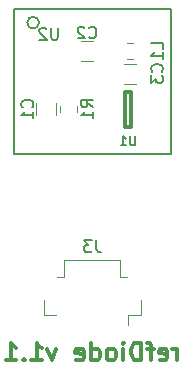
<source format=gbr>
G04 #@! TF.GenerationSoftware,KiCad,Pcbnew,(5.0.0)*
G04 #@! TF.CreationDate,2018-11-17T14:05:54+01:00*
G04 #@! TF.ProjectId,refPhotoDiode_MDversion,72656650686F746F44696F64655F4D44,rev?*
G04 #@! TF.SameCoordinates,Original*
G04 #@! TF.FileFunction,Legend,Bot*
G04 #@! TF.FilePolarity,Positive*
%FSLAX46Y46*%
G04 Gerber Fmt 4.6, Leading zero omitted, Abs format (unit mm)*
G04 Created by KiCad (PCBNEW (5.0.0)) date 11/17/18 14:05:54*
%MOMM*%
%LPD*%
G01*
G04 APERTURE LIST*
%ADD10C,0.300000*%
%ADD11C,0.120000*%
%ADD12C,0.150000*%
%ADD13C,0.350000*%
G04 APERTURE END LIST*
D10*
X157214285Y-110093571D02*
X157214285Y-109093571D01*
X157214285Y-109379285D02*
X157142857Y-109236428D01*
X157071428Y-109165000D01*
X156928571Y-109093571D01*
X156785714Y-109093571D01*
X155714285Y-110022142D02*
X155857142Y-110093571D01*
X156142857Y-110093571D01*
X156285714Y-110022142D01*
X156357142Y-109879285D01*
X156357142Y-109307857D01*
X156285714Y-109165000D01*
X156142857Y-109093571D01*
X155857142Y-109093571D01*
X155714285Y-109165000D01*
X155642857Y-109307857D01*
X155642857Y-109450714D01*
X156357142Y-109593571D01*
X155214285Y-109093571D02*
X154642857Y-109093571D01*
X155000000Y-110093571D02*
X155000000Y-108807857D01*
X154928571Y-108665000D01*
X154785714Y-108593571D01*
X154642857Y-108593571D01*
X154142857Y-110093571D02*
X154142857Y-108593571D01*
X153785714Y-108593571D01*
X153571428Y-108665000D01*
X153428571Y-108807857D01*
X153357142Y-108950714D01*
X153285714Y-109236428D01*
X153285714Y-109450714D01*
X153357142Y-109736428D01*
X153428571Y-109879285D01*
X153571428Y-110022142D01*
X153785714Y-110093571D01*
X154142857Y-110093571D01*
X152642857Y-110093571D02*
X152642857Y-109093571D01*
X152642857Y-108593571D02*
X152714285Y-108665000D01*
X152642857Y-108736428D01*
X152571428Y-108665000D01*
X152642857Y-108593571D01*
X152642857Y-108736428D01*
X151714285Y-110093571D02*
X151857142Y-110022142D01*
X151928571Y-109950714D01*
X152000000Y-109807857D01*
X152000000Y-109379285D01*
X151928571Y-109236428D01*
X151857142Y-109165000D01*
X151714285Y-109093571D01*
X151500000Y-109093571D01*
X151357142Y-109165000D01*
X151285714Y-109236428D01*
X151214285Y-109379285D01*
X151214285Y-109807857D01*
X151285714Y-109950714D01*
X151357142Y-110022142D01*
X151500000Y-110093571D01*
X151714285Y-110093571D01*
X149928571Y-110093571D02*
X149928571Y-108593571D01*
X149928571Y-110022142D02*
X150071428Y-110093571D01*
X150357142Y-110093571D01*
X150500000Y-110022142D01*
X150571428Y-109950714D01*
X150642857Y-109807857D01*
X150642857Y-109379285D01*
X150571428Y-109236428D01*
X150500000Y-109165000D01*
X150357142Y-109093571D01*
X150071428Y-109093571D01*
X149928571Y-109165000D01*
X148642857Y-110022142D02*
X148785714Y-110093571D01*
X149071428Y-110093571D01*
X149214285Y-110022142D01*
X149285714Y-109879285D01*
X149285714Y-109307857D01*
X149214285Y-109165000D01*
X149071428Y-109093571D01*
X148785714Y-109093571D01*
X148642857Y-109165000D01*
X148571428Y-109307857D01*
X148571428Y-109450714D01*
X149285714Y-109593571D01*
X146928571Y-109093571D02*
X146571428Y-110093571D01*
X146214285Y-109093571D01*
X144857142Y-110093571D02*
X145714285Y-110093571D01*
X145285714Y-110093571D02*
X145285714Y-108593571D01*
X145428571Y-108807857D01*
X145571428Y-108950714D01*
X145714285Y-109022142D01*
X144214285Y-109950714D02*
X144142857Y-110022142D01*
X144214285Y-110093571D01*
X144285714Y-110022142D01*
X144214285Y-109950714D01*
X144214285Y-110093571D01*
X142714285Y-110093571D02*
X143571428Y-110093571D01*
X143142857Y-110093571D02*
X143142857Y-108593571D01*
X143285714Y-108807857D01*
X143428571Y-108950714D01*
X143571428Y-109022142D01*
D11*
G04 #@! TO.C,C3*
X152670000Y-84965000D02*
X153670000Y-84965000D01*
X153670000Y-86665000D02*
X152670000Y-86665000D01*
G04 #@! TO.C,L1*
X152911422Y-84615000D02*
X153428578Y-84615000D01*
X152911422Y-83195000D02*
X153428578Y-83195000D01*
D12*
G04 #@! TO.C,U2*
X143370000Y-80350000D02*
X143370000Y-92650000D01*
X156630000Y-80350000D02*
X156630000Y-92650000D01*
X143370000Y-92650000D02*
X156630000Y-92650000D01*
X143370000Y-80350000D02*
X156630000Y-80350000D01*
X145500000Y-81500000D02*
G75*
G03X145500000Y-81500000I-500000J0D01*
G01*
D13*
G04 #@! TO.C,U1*
X152800000Y-90350000D02*
X153300000Y-90350000D01*
X153300000Y-90350000D02*
X153300000Y-87350000D01*
X153300000Y-87350000D02*
X152800000Y-87350000D01*
X152800000Y-87350000D02*
X152800000Y-90350000D01*
D11*
G04 #@! TO.C,C2*
X150060000Y-84735000D02*
X149060000Y-84735000D01*
X149060000Y-83035000D02*
X150060000Y-83035000D01*
G04 #@! TO.C,C1*
X145211528Y-89328852D02*
X145211528Y-88328852D01*
X146911528Y-88328852D02*
X146911528Y-89328852D01*
G04 #@! TO.C,R1*
X148671528Y-89087430D02*
X148671528Y-88570274D01*
X147251528Y-89087430D02*
X147251528Y-88570274D01*
G04 #@! TO.C,J3*
X154110000Y-104960000D02*
X154110000Y-106260000D01*
X154110000Y-106260000D02*
X153060000Y-106260000D01*
X153060000Y-106260000D02*
X153060000Y-107100000D01*
X145890000Y-104960000D02*
X145890000Y-106260000D01*
X145890000Y-106260000D02*
X146940000Y-106260000D01*
X152940000Y-103040000D02*
X152360000Y-103040000D01*
X152360000Y-103040000D02*
X152360000Y-101570000D01*
X152360000Y-101570000D02*
X147640000Y-101570000D01*
X147640000Y-101570000D02*
X147640000Y-103040000D01*
X147640000Y-103040000D02*
X147060000Y-103040000D01*
G04 #@! TO.C,C3*
D12*
X155887142Y-85638333D02*
X155934761Y-85590714D01*
X155982380Y-85447857D01*
X155982380Y-85352619D01*
X155934761Y-85209761D01*
X155839523Y-85114523D01*
X155744285Y-85066904D01*
X155553809Y-85019285D01*
X155410952Y-85019285D01*
X155220476Y-85066904D01*
X155125238Y-85114523D01*
X155030000Y-85209761D01*
X154982380Y-85352619D01*
X154982380Y-85447857D01*
X155030000Y-85590714D01*
X155077619Y-85638333D01*
X154982380Y-85971666D02*
X154982380Y-86590714D01*
X155363333Y-86257380D01*
X155363333Y-86400238D01*
X155410952Y-86495476D01*
X155458571Y-86543095D01*
X155553809Y-86590714D01*
X155791904Y-86590714D01*
X155887142Y-86543095D01*
X155934761Y-86495476D01*
X155982380Y-86400238D01*
X155982380Y-86114523D01*
X155934761Y-86019285D01*
X155887142Y-85971666D01*
G04 #@! TO.C,L1*
X155962380Y-83728333D02*
X155962380Y-83252142D01*
X154962380Y-83252142D01*
X155962380Y-84585476D02*
X155962380Y-84014047D01*
X155962380Y-84299761D02*
X154962380Y-84299761D01*
X155105238Y-84204523D01*
X155200476Y-84109285D01*
X155248095Y-84014047D01*
G04 #@! TO.C,U2*
X147101904Y-81937380D02*
X147101904Y-82746904D01*
X147054285Y-82842142D01*
X147006666Y-82889761D01*
X146911428Y-82937380D01*
X146720952Y-82937380D01*
X146625714Y-82889761D01*
X146578095Y-82842142D01*
X146530476Y-82746904D01*
X146530476Y-81937380D01*
X146101904Y-82032619D02*
X146054285Y-81985000D01*
X145959047Y-81937380D01*
X145720952Y-81937380D01*
X145625714Y-81985000D01*
X145578095Y-82032619D01*
X145530476Y-82127857D01*
X145530476Y-82223095D01*
X145578095Y-82365952D01*
X146149523Y-82937380D01*
X145530476Y-82937380D01*
G04 #@! TO.C,U1*
X153659523Y-91086904D02*
X153659523Y-91734523D01*
X153621428Y-91810714D01*
X153583333Y-91848809D01*
X153507142Y-91886904D01*
X153354761Y-91886904D01*
X153278571Y-91848809D01*
X153240476Y-91810714D01*
X153202380Y-91734523D01*
X153202380Y-91086904D01*
X152402380Y-91886904D02*
X152859523Y-91886904D01*
X152630952Y-91886904D02*
X152630952Y-91086904D01*
X152707142Y-91201190D01*
X152783333Y-91277380D01*
X152859523Y-91315476D01*
G04 #@! TO.C,C2*
X149726666Y-82742142D02*
X149774285Y-82789761D01*
X149917142Y-82837380D01*
X150012380Y-82837380D01*
X150155238Y-82789761D01*
X150250476Y-82694523D01*
X150298095Y-82599285D01*
X150345714Y-82408809D01*
X150345714Y-82265952D01*
X150298095Y-82075476D01*
X150250476Y-81980238D01*
X150155238Y-81885000D01*
X150012380Y-81837380D01*
X149917142Y-81837380D01*
X149774285Y-81885000D01*
X149726666Y-81932619D01*
X149345714Y-81932619D02*
X149298095Y-81885000D01*
X149202857Y-81837380D01*
X148964761Y-81837380D01*
X148869523Y-81885000D01*
X148821904Y-81932619D01*
X148774285Y-82027857D01*
X148774285Y-82123095D01*
X148821904Y-82265952D01*
X149393333Y-82837380D01*
X148774285Y-82837380D01*
G04 #@! TO.C,C1*
X144918670Y-88662185D02*
X144966289Y-88614566D01*
X145013908Y-88471709D01*
X145013908Y-88376471D01*
X144966289Y-88233613D01*
X144871051Y-88138375D01*
X144775813Y-88090756D01*
X144585337Y-88043137D01*
X144442480Y-88043137D01*
X144252004Y-88090756D01*
X144156766Y-88138375D01*
X144061528Y-88233613D01*
X144013908Y-88376471D01*
X144013908Y-88471709D01*
X144061528Y-88614566D01*
X144109147Y-88662185D01*
X145013908Y-89614566D02*
X145013908Y-89043137D01*
X145013908Y-89328852D02*
X144013908Y-89328852D01*
X144156766Y-89233613D01*
X144252004Y-89138375D01*
X144299623Y-89043137D01*
G04 #@! TO.C,R1*
X150063908Y-88662185D02*
X149587718Y-88328852D01*
X150063908Y-88090756D02*
X149063908Y-88090756D01*
X149063908Y-88471709D01*
X149111528Y-88566947D01*
X149159147Y-88614566D01*
X149254385Y-88662185D01*
X149397242Y-88662185D01*
X149492480Y-88614566D01*
X149540099Y-88566947D01*
X149587718Y-88471709D01*
X149587718Y-88090756D01*
X150063908Y-89614566D02*
X150063908Y-89043137D01*
X150063908Y-89328852D02*
X149063908Y-89328852D01*
X149206766Y-89233613D01*
X149302004Y-89138375D01*
X149349623Y-89043137D01*
G04 #@! TO.C,J3*
X150333333Y-99932380D02*
X150333333Y-100646666D01*
X150380952Y-100789523D01*
X150476190Y-100884761D01*
X150619047Y-100932380D01*
X150714285Y-100932380D01*
X149952380Y-99932380D02*
X149333333Y-99932380D01*
X149666666Y-100313333D01*
X149523809Y-100313333D01*
X149428571Y-100360952D01*
X149380952Y-100408571D01*
X149333333Y-100503809D01*
X149333333Y-100741904D01*
X149380952Y-100837142D01*
X149428571Y-100884761D01*
X149523809Y-100932380D01*
X149809523Y-100932380D01*
X149904761Y-100884761D01*
X149952380Y-100837142D01*
G04 #@! TD*
M02*

</source>
